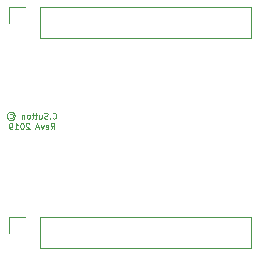
<source format=gbr>
G04 #@! TF.GenerationSoftware,KiCad,Pcbnew,(5.0.0-3-g5ebb6b6)*
G04 #@! TF.CreationDate,2019-03-02T11:42:57+00:00*
G04 #@! TF.ProjectId,WsonBagelBoard,57736F6E426167656C426F6172642E6B,rev?*
G04 #@! TF.SameCoordinates,Original*
G04 #@! TF.FileFunction,Legend,Bot*
G04 #@! TF.FilePolarity,Positive*
%FSLAX46Y46*%
G04 Gerber Fmt 4.6, Leading zero omitted, Abs format (unit mm)*
G04 Created by KiCad (PCBNEW (5.0.0-3-g5ebb6b6)) date Saturday, 02 March 2019 at 11:42:57*
%MOMM*%
%LPD*%
G01*
G04 APERTURE LIST*
%ADD10C,0.125000*%
%ADD11C,0.120000*%
G04 APERTURE END LIST*
D10*
X106484514Y-61437671D02*
X106508323Y-61461480D01*
X106579752Y-61485290D01*
X106627371Y-61485290D01*
X106698800Y-61461480D01*
X106746419Y-61413861D01*
X106770228Y-61366242D01*
X106794038Y-61271004D01*
X106794038Y-61199576D01*
X106770228Y-61104338D01*
X106746419Y-61056719D01*
X106698800Y-61009100D01*
X106627371Y-60985290D01*
X106579752Y-60985290D01*
X106508323Y-61009100D01*
X106484514Y-61032909D01*
X106270228Y-61437671D02*
X106246419Y-61461480D01*
X106270228Y-61485290D01*
X106294038Y-61461480D01*
X106270228Y-61437671D01*
X106270228Y-61485290D01*
X106055942Y-61461480D02*
X105984514Y-61485290D01*
X105865466Y-61485290D01*
X105817847Y-61461480D01*
X105794038Y-61437671D01*
X105770228Y-61390052D01*
X105770228Y-61342433D01*
X105794038Y-61294814D01*
X105817847Y-61271004D01*
X105865466Y-61247195D01*
X105960704Y-61223385D01*
X106008323Y-61199576D01*
X106032133Y-61175766D01*
X106055942Y-61128147D01*
X106055942Y-61080528D01*
X106032133Y-61032909D01*
X106008323Y-61009100D01*
X105960704Y-60985290D01*
X105841657Y-60985290D01*
X105770228Y-61009100D01*
X105341657Y-61151957D02*
X105341657Y-61485290D01*
X105555942Y-61151957D02*
X105555942Y-61413861D01*
X105532133Y-61461480D01*
X105484514Y-61485290D01*
X105413085Y-61485290D01*
X105365466Y-61461480D01*
X105341657Y-61437671D01*
X105174990Y-61151957D02*
X104984514Y-61151957D01*
X105103561Y-60985290D02*
X105103561Y-61413861D01*
X105079752Y-61461480D01*
X105032133Y-61485290D01*
X104984514Y-61485290D01*
X104889276Y-61151957D02*
X104698800Y-61151957D01*
X104817847Y-60985290D02*
X104817847Y-61413861D01*
X104794038Y-61461480D01*
X104746419Y-61485290D01*
X104698800Y-61485290D01*
X104460704Y-61485290D02*
X104508323Y-61461480D01*
X104532133Y-61437671D01*
X104555942Y-61390052D01*
X104555942Y-61247195D01*
X104532133Y-61199576D01*
X104508323Y-61175766D01*
X104460704Y-61151957D01*
X104389276Y-61151957D01*
X104341657Y-61175766D01*
X104317847Y-61199576D01*
X104294038Y-61247195D01*
X104294038Y-61390052D01*
X104317847Y-61437671D01*
X104341657Y-61461480D01*
X104389276Y-61485290D01*
X104460704Y-61485290D01*
X104079752Y-61151957D02*
X104079752Y-61485290D01*
X104079752Y-61199576D02*
X104055942Y-61175766D01*
X104008323Y-61151957D01*
X103936895Y-61151957D01*
X103889276Y-61175766D01*
X103865466Y-61223385D01*
X103865466Y-61485290D01*
X102841657Y-61104338D02*
X102889276Y-61080528D01*
X102984514Y-61080528D01*
X103032133Y-61104338D01*
X103079752Y-61151957D01*
X103103561Y-61199576D01*
X103103561Y-61294814D01*
X103079752Y-61342433D01*
X103032133Y-61390052D01*
X102984514Y-61413861D01*
X102889276Y-61413861D01*
X102841657Y-61390052D01*
X102936895Y-60913861D02*
X103055942Y-60937671D01*
X103174990Y-61009100D01*
X103246419Y-61128147D01*
X103270228Y-61247195D01*
X103246419Y-61366242D01*
X103174990Y-61485290D01*
X103055942Y-61556719D01*
X102936895Y-61580528D01*
X102817847Y-61556719D01*
X102698800Y-61485290D01*
X102627371Y-61366242D01*
X102603561Y-61247195D01*
X102627371Y-61128147D01*
X102698800Y-61009100D01*
X102817847Y-60937671D01*
X102936895Y-60913861D01*
X106305942Y-62360290D02*
X106472609Y-62122195D01*
X106591657Y-62360290D02*
X106591657Y-61860290D01*
X106401180Y-61860290D01*
X106353561Y-61884100D01*
X106329752Y-61907909D01*
X106305942Y-61955528D01*
X106305942Y-62026957D01*
X106329752Y-62074576D01*
X106353561Y-62098385D01*
X106401180Y-62122195D01*
X106591657Y-62122195D01*
X105901180Y-62336480D02*
X105948800Y-62360290D01*
X106044038Y-62360290D01*
X106091657Y-62336480D01*
X106115466Y-62288861D01*
X106115466Y-62098385D01*
X106091657Y-62050766D01*
X106044038Y-62026957D01*
X105948800Y-62026957D01*
X105901180Y-62050766D01*
X105877371Y-62098385D01*
X105877371Y-62146004D01*
X106115466Y-62193623D01*
X105710704Y-62026957D02*
X105591657Y-62360290D01*
X105472609Y-62026957D01*
X105305942Y-62217433D02*
X105067847Y-62217433D01*
X105353561Y-62360290D02*
X105186895Y-61860290D01*
X105020228Y-62360290D01*
X104496419Y-61907909D02*
X104472609Y-61884100D01*
X104424990Y-61860290D01*
X104305942Y-61860290D01*
X104258323Y-61884100D01*
X104234514Y-61907909D01*
X104210704Y-61955528D01*
X104210704Y-62003147D01*
X104234514Y-62074576D01*
X104520228Y-62360290D01*
X104210704Y-62360290D01*
X103901180Y-61860290D02*
X103853561Y-61860290D01*
X103805942Y-61884100D01*
X103782133Y-61907909D01*
X103758323Y-61955528D01*
X103734514Y-62050766D01*
X103734514Y-62169814D01*
X103758323Y-62265052D01*
X103782133Y-62312671D01*
X103805942Y-62336480D01*
X103853561Y-62360290D01*
X103901180Y-62360290D01*
X103948800Y-62336480D01*
X103972609Y-62312671D01*
X103996419Y-62265052D01*
X104020228Y-62169814D01*
X104020228Y-62050766D01*
X103996419Y-61955528D01*
X103972609Y-61907909D01*
X103948800Y-61884100D01*
X103901180Y-61860290D01*
X103258323Y-62360290D02*
X103544038Y-62360290D01*
X103401180Y-62360290D02*
X103401180Y-61860290D01*
X103448800Y-61931719D01*
X103496419Y-61979338D01*
X103544038Y-62003147D01*
X103020228Y-62360290D02*
X102924990Y-62360290D01*
X102877371Y-62336480D01*
X102853561Y-62312671D01*
X102805942Y-62241242D01*
X102782133Y-62146004D01*
X102782133Y-61955528D01*
X102805942Y-61907909D01*
X102829752Y-61884100D01*
X102877371Y-61860290D01*
X102972609Y-61860290D01*
X103020228Y-61884100D01*
X103044038Y-61907909D01*
X103067847Y-61955528D01*
X103067847Y-62074576D01*
X103044038Y-62122195D01*
X103020228Y-62146004D01*
X102972609Y-62169814D01*
X102877371Y-62169814D01*
X102829752Y-62146004D01*
X102805942Y-62122195D01*
X102782133Y-62074576D01*
D11*
G04 #@! TO.C,J_MNT1*
X123250000Y-52010000D02*
X123250000Y-54670000D01*
X105410000Y-52010000D02*
X123250000Y-52010000D01*
X105410000Y-54670000D02*
X123250000Y-54670000D01*
X105410000Y-52010000D02*
X105410000Y-54670000D01*
X104140000Y-52010000D02*
X102810000Y-52010000D01*
X102810000Y-52010000D02*
X102810000Y-53340000D01*
G04 #@! TO.C,J_MNT2*
X102810000Y-69790000D02*
X102810000Y-71120000D01*
X104140000Y-69790000D02*
X102810000Y-69790000D01*
X105410000Y-69790000D02*
X105410000Y-72450000D01*
X105410000Y-72450000D02*
X123250000Y-72450000D01*
X105410000Y-69790000D02*
X123250000Y-69790000D01*
X123250000Y-69790000D02*
X123250000Y-72450000D01*
G04 #@! TD*
M02*

</source>
